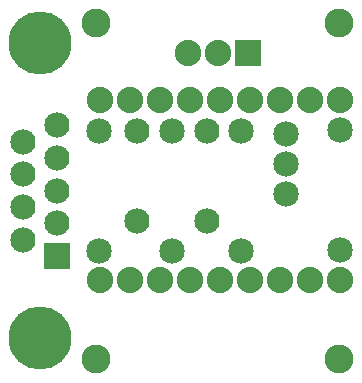
<source format=gbs>
G04 MADE WITH FRITZING*
G04 WWW.FRITZING.ORG*
G04 DOUBLE SIDED*
G04 HOLES PLATED*
G04 CONTOUR ON CENTER OF CONTOUR VECTOR*
%ASAXBY*%
%FSLAX23Y23*%
%MOIN*%
%OFA0B0*%
%SFA1.0B1.0*%
%ADD10C,0.084000*%
%ADD11C,0.210000*%
%ADD12C,0.088000*%
%ADD13C,0.085000*%
%ADD14C,0.096614*%
%ADD15R,0.088000X0.088000*%
%ADD16R,0.001000X0.001000*%
%LNMASK0*%
G90*
G70*
G54D10*
X202Y410D03*
X202Y519D03*
X202Y628D03*
X202Y737D03*
X202Y846D03*
X90Y465D03*
X90Y574D03*
X90Y683D03*
X90Y792D03*
G54D11*
X146Y136D03*
X146Y1120D03*
G54D12*
X1146Y929D03*
X1046Y929D03*
X946Y929D03*
X846Y929D03*
X746Y929D03*
X646Y929D03*
X546Y929D03*
X446Y929D03*
X346Y929D03*
X346Y329D03*
X446Y329D03*
X546Y329D03*
X646Y329D03*
X746Y329D03*
X846Y329D03*
X946Y329D03*
X1046Y329D03*
X1146Y329D03*
G54D13*
X964Y616D03*
X964Y716D03*
X964Y816D03*
X586Y428D03*
X586Y828D03*
X342Y828D03*
X342Y428D03*
X1146Y830D03*
X1146Y430D03*
X814Y828D03*
X814Y428D03*
G54D10*
X701Y528D03*
X701Y828D03*
X469Y528D03*
X469Y828D03*
G54D12*
X839Y1086D03*
X739Y1086D03*
X639Y1086D03*
G54D14*
X1142Y1187D03*
X331Y1187D03*
X331Y66D03*
X1142Y66D03*
G54D15*
X839Y1086D03*
G54D16*
X161Y452D02*
X244Y452D01*
X161Y451D02*
X244Y451D01*
X161Y450D02*
X244Y450D01*
X161Y449D02*
X244Y449D01*
X161Y448D02*
X244Y448D01*
X161Y447D02*
X244Y447D01*
X161Y446D02*
X244Y446D01*
X161Y445D02*
X244Y445D01*
X161Y444D02*
X244Y444D01*
X161Y443D02*
X244Y443D01*
X161Y442D02*
X244Y442D01*
X161Y441D02*
X244Y441D01*
X161Y440D02*
X244Y440D01*
X161Y439D02*
X244Y439D01*
X161Y438D02*
X244Y438D01*
X161Y437D02*
X244Y437D01*
X161Y436D02*
X244Y436D01*
X161Y435D02*
X244Y435D01*
X161Y434D02*
X244Y434D01*
X161Y433D02*
X244Y433D01*
X161Y432D02*
X244Y432D01*
X161Y431D02*
X244Y431D01*
X161Y430D02*
X244Y430D01*
X161Y429D02*
X244Y429D01*
X161Y428D02*
X244Y428D01*
X161Y427D02*
X244Y427D01*
X161Y426D02*
X244Y426D01*
X161Y425D02*
X199Y425D01*
X206Y425D02*
X244Y425D01*
X161Y424D02*
X196Y424D01*
X209Y424D02*
X244Y424D01*
X161Y423D02*
X194Y423D01*
X211Y423D02*
X244Y423D01*
X161Y422D02*
X193Y422D01*
X212Y422D02*
X244Y422D01*
X161Y421D02*
X192Y421D01*
X214Y421D02*
X244Y421D01*
X161Y420D02*
X191Y420D01*
X215Y420D02*
X244Y420D01*
X161Y419D02*
X190Y419D01*
X215Y419D02*
X244Y419D01*
X161Y418D02*
X189Y418D01*
X216Y418D02*
X244Y418D01*
X161Y417D02*
X189Y417D01*
X217Y417D02*
X244Y417D01*
X161Y416D02*
X188Y416D01*
X217Y416D02*
X244Y416D01*
X161Y415D02*
X188Y415D01*
X217Y415D02*
X244Y415D01*
X161Y414D02*
X188Y414D01*
X218Y414D02*
X244Y414D01*
X161Y413D02*
X187Y413D01*
X218Y413D02*
X244Y413D01*
X161Y412D02*
X187Y412D01*
X218Y412D02*
X244Y412D01*
X161Y411D02*
X187Y411D01*
X218Y411D02*
X244Y411D01*
X161Y410D02*
X187Y410D01*
X218Y410D02*
X244Y410D01*
X161Y409D02*
X187Y409D01*
X218Y409D02*
X244Y409D01*
X161Y408D02*
X187Y408D01*
X218Y408D02*
X244Y408D01*
X161Y407D02*
X187Y407D01*
X218Y407D02*
X244Y407D01*
X161Y406D02*
X188Y406D01*
X217Y406D02*
X244Y406D01*
X161Y405D02*
X188Y405D01*
X217Y405D02*
X244Y405D01*
X161Y404D02*
X188Y404D01*
X217Y404D02*
X244Y404D01*
X161Y403D02*
X189Y403D01*
X216Y403D02*
X244Y403D01*
X161Y402D02*
X190Y402D01*
X216Y402D02*
X244Y402D01*
X161Y401D02*
X190Y401D01*
X215Y401D02*
X244Y401D01*
X161Y400D02*
X191Y400D01*
X214Y400D02*
X244Y400D01*
X161Y399D02*
X192Y399D01*
X213Y399D02*
X244Y399D01*
X161Y398D02*
X194Y398D01*
X212Y398D02*
X244Y398D01*
X161Y397D02*
X195Y397D01*
X210Y397D02*
X244Y397D01*
X161Y396D02*
X198Y396D01*
X207Y396D02*
X244Y396D01*
X161Y395D02*
X244Y395D01*
X161Y394D02*
X244Y394D01*
X161Y393D02*
X244Y393D01*
X161Y392D02*
X244Y392D01*
X161Y391D02*
X244Y391D01*
X161Y390D02*
X244Y390D01*
X161Y389D02*
X244Y389D01*
X161Y388D02*
X244Y388D01*
X161Y387D02*
X244Y387D01*
X161Y386D02*
X244Y386D01*
X161Y385D02*
X244Y385D01*
X161Y384D02*
X244Y384D01*
X161Y383D02*
X244Y383D01*
X161Y382D02*
X244Y382D01*
X161Y381D02*
X244Y381D01*
X161Y380D02*
X244Y380D01*
X161Y379D02*
X244Y379D01*
X161Y378D02*
X244Y378D01*
X161Y377D02*
X244Y377D01*
X161Y376D02*
X244Y376D01*
X161Y375D02*
X244Y375D01*
X161Y374D02*
X244Y374D01*
X161Y373D02*
X244Y373D01*
X161Y372D02*
X244Y372D01*
X161Y371D02*
X244Y371D01*
X161Y370D02*
X244Y370D01*
X161Y369D02*
X244Y369D01*
D02*
G04 End of Mask0*
M02*
</source>
